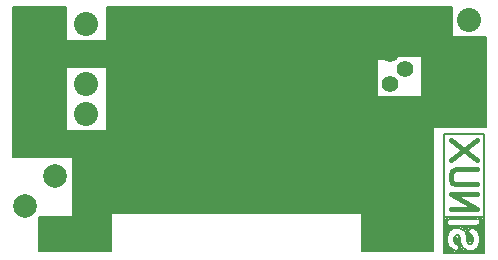
<source format=gbr>
%FSLAX34Y34*%
%MOMM*%
%LNSILK_TOP*%
G71*
G01*
%ADD10C, 1.40*%
%ADD11C, 2.04*%
%ADD12C, 2.00*%
%ADD13C, 0.40*%
%ADD14C, 0.20*%
%LPD*%
X325590Y-46160D02*
G54D10*
D03*
X338288Y-58859D02*
G54D10*
D03*
X325588Y-71559D02*
G54D10*
D03*
X392112Y-17462D02*
G54D11*
D03*
X392110Y-42860D02*
G54D11*
D03*
X41850Y-200465D02*
G54D12*
D03*
X16454Y-175061D02*
G54D12*
D03*
X41854Y-149661D02*
G54D12*
D03*
X319090Y-128590D02*
G54D11*
D03*
X68462Y-96956D02*
G54D11*
D03*
X68462Y-71556D02*
G54D11*
D03*
X68460Y-46160D02*
G54D11*
D03*
X68462Y-20756D02*
G54D11*
D03*
G54D13*
X376875Y-177744D02*
X399097Y-177744D01*
X376875Y-164410D01*
X399097Y-164411D01*
G54D13*
X399098Y-156644D02*
X381042Y-156644D01*
X378264Y-154977D01*
X376875Y-151644D01*
X376875Y-148311D01*
X378264Y-144977D01*
X381042Y-143310D01*
X399098Y-143310D01*
G54D13*
X399097Y-135544D02*
X376875Y-118877D01*
G54D13*
X376875Y-135544D02*
X399097Y-118877D01*
G54D14*
X404813Y-184150D02*
X404813Y-114300D01*
X371475Y-114300D01*
X371475Y-184150D01*
X404813Y-184150D01*
X404813Y-214313D01*
X371475Y-214313D01*
X371475Y-184150D01*
G54D14*
X384306Y-193200D02*
X387006Y-194800D01*
X389106Y-196200D01*
X390906Y-200500D01*
X391006Y-203900D01*
X391606Y-205900D01*
X392706Y-206600D01*
X394006Y-206600D01*
X395206Y-206100D01*
X396106Y-204200D01*
X396106Y-202100D01*
X395306Y-200000D01*
X393306Y-198900D01*
X392006Y-197500D01*
X391906Y-195600D01*
X392906Y-194000D01*
X394206Y-193300D01*
X395906Y-193400D01*
X400006Y-196000D01*
X402106Y-200800D01*
X402106Y-205100D01*
X400106Y-210000D01*
X395806Y-212600D01*
X391306Y-212600D01*
X387206Y-210200D01*
X385006Y-205300D01*
X385006Y-202000D01*
X384206Y-200100D01*
X382906Y-199300D01*
X381806Y-199300D01*
X380406Y-200300D01*
X379806Y-202200D01*
X379906Y-204200D01*
X380806Y-206100D01*
X383406Y-207600D01*
X384206Y-209500D01*
X383706Y-211000D01*
X382806Y-212200D01*
X381706Y-212600D01*
X379706Y-212400D01*
X375806Y-209900D01*
X373906Y-205200D01*
X373806Y-200700D01*
X375806Y-196400D01*
X380006Y-193300D01*
X382306Y-193300D01*
X384306Y-193300D01*
G54D14*
X399206Y-185500D02*
X376206Y-185500D01*
X375306Y-185900D01*
X374306Y-186900D01*
X373806Y-188100D01*
X373906Y-189400D01*
X374706Y-190600D01*
X375606Y-191400D01*
X377006Y-191600D01*
X398506Y-191600D01*
X400806Y-191100D01*
X401806Y-190000D01*
X402306Y-188400D01*
X402106Y-188200D01*
X401806Y-187000D01*
X400706Y-185800D01*
X400006Y-185700D01*
G54D14*
X401638Y-185738D02*
X403225Y-185738D01*
X403225Y-190500D01*
X403225Y-212725D01*
X397669Y-212725D01*
X396875Y-213519D01*
X398463Y-213519D01*
X400844Y-211138D01*
X401638Y-211138D01*
X401638Y-208756D01*
X402431Y-207963D01*
X402431Y-198438D01*
X401638Y-197644D01*
X401638Y-191294D01*
X400844Y-191294D01*
X400050Y-192088D01*
X400050Y-194469D01*
X398463Y-192881D01*
X396875Y-192881D01*
X386556Y-192881D01*
X385763Y-192088D01*
X386556Y-192088D01*
X388938Y-194469D01*
X391319Y-194469D01*
X391319Y-195263D01*
X390525Y-196056D01*
X390525Y-197644D01*
X392113Y-199231D01*
X392113Y-203994D01*
X392906Y-204788D01*
X394494Y-204788D01*
X394494Y-201613D01*
X393700Y-200819D01*
X393700Y-203994D01*
G54D14*
X374650Y-185738D02*
X373063Y-185738D01*
X373063Y-212725D01*
X377825Y-212725D01*
X378619Y-213519D01*
X377825Y-213519D01*
X375444Y-211138D01*
X374650Y-211138D01*
X374650Y-209550D01*
X374650Y-207963D01*
X373856Y-207169D01*
X373856Y-196850D01*
X373856Y-192088D01*
X374650Y-192088D01*
X375444Y-192881D01*
X375444Y-194469D01*
X374650Y-195263D01*
X376238Y-195263D01*
X378619Y-192881D01*
X377032Y-192881D01*
G54D14*
X390525Y-212725D02*
X383381Y-212725D01*
X384175Y-212725D01*
X384969Y-211931D01*
X387350Y-211931D01*
X386556Y-211931D01*
X384969Y-210344D01*
X384969Y-207963D01*
X384175Y-207169D01*
X384175Y-202406D01*
X383382Y-201613D01*
X383381Y-205581D01*
X381794Y-205581D01*
X381794Y-201613D01*
X382588Y-200819D01*
G54D14*
X393700Y-201613D02*
X393700Y-200819D01*
X392113Y-199231D01*
X391319Y-199231D01*
X390525Y-198438D01*
X390525Y-195263D01*
X391319Y-194469D01*
G54D14*
X402432Y-191294D02*
X402431Y-193675D01*
X400844Y-195263D01*
G36*
X85725Y-6350D02*
X301625Y-6350D01*
X301625Y-180975D01*
X85725Y-180975D01*
X85725Y-6350D01*
G37*
G54D14*
X85725Y-6350D02*
X301625Y-6350D01*
X301625Y-180975D01*
X85725Y-180975D01*
X85725Y-6350D01*
G36*
X6350Y-6350D02*
X50800Y-6350D01*
X50800Y-133350D01*
X6350Y-133350D01*
X6350Y-6350D01*
G37*
G54D14*
X6350Y-6350D02*
X50800Y-6350D01*
X50800Y-133350D01*
X6350Y-133350D01*
X6350Y-6350D01*
G36*
X47625Y-111125D02*
X88900Y-111125D01*
X88900Y-133350D01*
X47625Y-133350D01*
X47625Y-111125D01*
G37*
G54D14*
X47625Y-111125D02*
X88900Y-111125D01*
X88900Y-133350D01*
X47625Y-133350D01*
X47625Y-111125D01*
G36*
X330200Y-50800D02*
X301625Y-50800D01*
X301625Y-6350D01*
X330200Y-6350D01*
X330200Y-50800D01*
G37*
G54D14*
X330200Y-50800D02*
X301625Y-50800D01*
X301625Y-6350D01*
X330200Y-6350D01*
X330200Y-50800D01*
G36*
X406400Y-31750D02*
X320675Y-31750D01*
X320675Y-47625D01*
X406400Y-47625D01*
X406400Y-31750D01*
G37*
G54D14*
X406400Y-31750D02*
X320675Y-31750D01*
X320675Y-47625D01*
X406400Y-47625D01*
X406400Y-31750D01*
G36*
X330200Y-6350D02*
X377825Y-6350D01*
X377825Y-31750D01*
X330200Y-31750D01*
X330200Y-6350D01*
G37*
G54D14*
X330200Y-6350D02*
X377825Y-6350D01*
X377825Y-31750D01*
X330200Y-31750D01*
X330200Y-6350D01*
G36*
X301625Y-82550D02*
X361950Y-82550D01*
X361950Y-212725D01*
X301625Y-212725D01*
X301625Y-82550D01*
G37*
G54D14*
X301625Y-82550D02*
X361950Y-82550D01*
X361950Y-212725D01*
X301625Y-212725D01*
X301625Y-82550D01*
G36*
X406400Y-31750D02*
X352425Y-31750D01*
X352425Y-107950D01*
X406400Y-107950D01*
X406400Y-31750D01*
G37*
G54D14*
X406400Y-31750D02*
X352425Y-31750D01*
X352425Y-107950D01*
X406400Y-107950D01*
X406400Y-31750D01*
G36*
X301625Y-44450D02*
X314325Y-44450D01*
X314325Y-88900D01*
X301625Y-88900D01*
X301625Y-44450D01*
G37*
G54D14*
X301625Y-44450D02*
X314325Y-44450D01*
X314325Y-88900D01*
X301625Y-88900D01*
X301625Y-44450D01*
G36*
X57150Y-130175D02*
X88900Y-130175D01*
X88900Y-212725D01*
X57150Y-212725D01*
X57150Y-130175D01*
G37*
G54D14*
X57150Y-130175D02*
X88900Y-130175D01*
X88900Y-212725D01*
X57150Y-212725D01*
X57150Y-130175D01*
G36*
X28575Y-184150D02*
X63500Y-184150D01*
X63500Y-212725D01*
X28575Y-212725D01*
X28575Y-184150D01*
G37*
G54D14*
X28575Y-184150D02*
X63500Y-184150D01*
X63500Y-212725D01*
X28575Y-212725D01*
X28575Y-184150D01*
G36*
X44450Y-34925D02*
X92075Y-34925D01*
X92075Y-57150D01*
X44450Y-57150D01*
X44450Y-34925D01*
G37*
G54D14*
X44450Y-34925D02*
X92075Y-34925D01*
X92075Y-57150D01*
X44450Y-57150D01*
X44450Y-34925D01*
M02*

</source>
